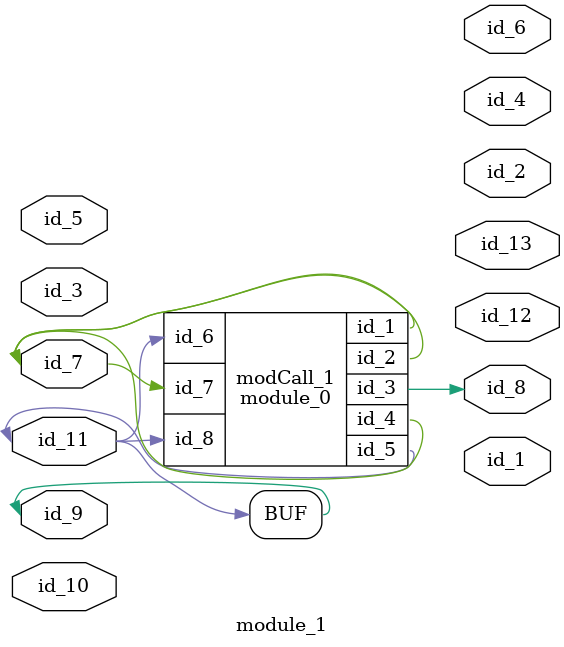
<source format=v>
module module_0 (
    id_1,
    id_2,
    id_3,
    id_4,
    id_5,
    id_6,
    id_7,
    id_8
);
  input wire id_8;
  input wire id_7;
  input wire id_6;
  inout wire id_5;
  output wire id_4;
  output wire id_3;
  inout wire id_2;
  inout wire id_1;
  localparam id_9 = 1'b0;
  generate
    wire id_10;
  endgenerate
endmodule
module module_1 (
    id_1,
    id_2,
    id_3,
    id_4,
    id_5,
    id_6,
    id_7,
    id_8,
    id_9,
    id_10,
    id_11,
    id_12,
    id_13
);
  output wire id_13;
  output wire id_12;
  inout wire id_11;
  input wire id_10;
  inout wire id_9;
  output wire id_8;
  inout wire id_7;
  output wire id_6;
  input wire id_5;
  output wire id_4;
  module_0 modCall_1 (
      id_7,
      id_7,
      id_8,
      id_7,
      id_11,
      id_9,
      id_7,
      id_11
  );
  input wire id_3;
  output wire id_2;
  output wire id_1;
  assign id_11 = id_9;
  wire id_14;
  wire id_15;
  ;
  wire id_16, id_17;
endmodule

</source>
